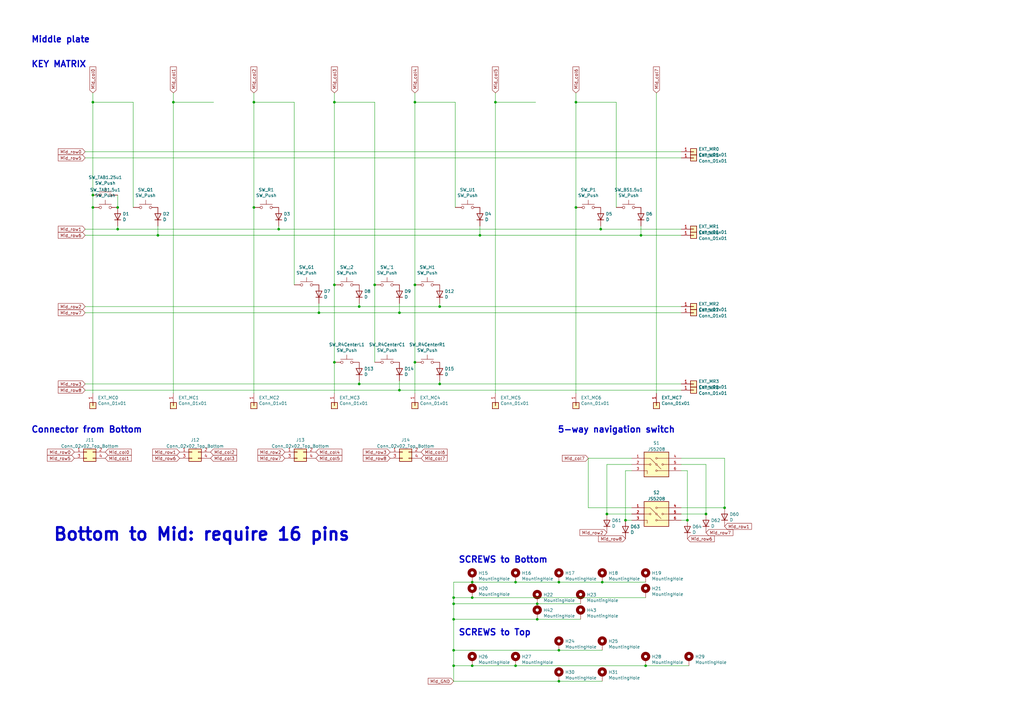
<source format=kicad_sch>
(kicad_sch (version 20211123) (generator eeschema)
  (paper "A3")
  (lib_symbols
    (symbol "Connector_Generic:Conn_01x01" (pin_names (offset 1.016) hide)
      (property "Reference" "J" (at 0 2.54 0))
      (property "Value" "Conn_01x01" (at 0 -2.54 0))
      (symbol "Conn_01x01_1_1"
        (rectangle (start -1.27 0.127) (end 0 -0.127) (stroke (width 0.1524)))
        (rectangle (start -1.27 1.27) (end 1.27 -1.27) (stroke (width 0.254)) (fill (type background)))
        (pin passive line (at -5.08 0 0) (length 3.81) (name "Pin_1") (number "1"))
      )
    )
    (symbol "Connector_Generic:Conn_02x02_Odd_Even" (pin_names (offset 1.016) hide)
      (property "Reference" "J" (at 1.27 2.54 0))
      (property "Value" "Conn_02x02_Odd_Even" (at 1.27 -5.08 0))
      (symbol "Conn_02x02_Odd_Even_1_1"
        (rectangle (start -1.27 -2.413) (end 0 -2.667) (stroke (width 0.1524)))
        (rectangle (start -1.27 0.127) (end 0 -0.127) (stroke (width 0.1524)))
        (rectangle (start -1.27 1.27) (end 3.81 -3.81) (stroke (width 0.254)) (fill (type background)))
        (rectangle (start 3.81 -2.413) (end 2.54 -2.667) (stroke (width 0.1524)))
        (rectangle (start 3.81 0.127) (end 2.54 -0.127) (stroke (width 0.1524)))
        (pin passive line (at -5.08 0 0) (length 3.81) (name "Pin_1") (number "1"))
        (pin passive line (at 7.62 0 180) (length 3.81) (name "Pin_2") (number "2"))
        (pin passive line (at -5.08 -2.54 0) (length 3.81) (name "Pin_3") (number "3"))
        (pin passive line (at 7.62 -2.54 180) (length 3.81) (name "Pin_4") (number "4"))
      )
    )
    (symbol "Device:D" (pin_numbers hide) (pin_names (offset 1.016) hide)
      (property "Reference" "D" (at 0 2.54 0))
      (property "Value" "D" (at 0 -2.54 0))
      (symbol "D_0_1"
        (polyline (pts (xy -1.27 1.27) (xy -1.27 -1.27)) (stroke (width 0.254)))
        (polyline (pts (xy 1.27 0) (xy -1.27 0)))
        (polyline (pts (xy 1.27 1.27) (xy 1.27 -1.27) (xy -1.27 0) (xy 1.27 1.27)) (stroke (width 0.254)))
      )
      (symbol "D_1_1"
        (pin passive line (at -3.81 0 0) (length 2.54) (name "K") (number "1"))
        (pin passive line (at 3.81 0 180) (length 2.54) (name "A") (number "2"))
      )
    )
    (symbol "JS5208:JS5208" (pin_names (offset 1.016))
      (property "Reference" "S" (at -5.08 6.35 0))
      (property "Value" "JS5208" (at -5.08 -7.62 0))
      (symbol "JS5208_0_0"
        (rectangle (start -5.08 -5.08) (end 5.08 5.08) (stroke (width 0.254)) (fill (type background)))
        (circle (center -2.54 0) (radius 0.3302) (stroke (width 0.1524)))
        (circle (center 0 -2.54) (radius 0.3302) (stroke (width 0.1524)))
        (polyline (pts (xy -5.08 -2.54) (xy -3.81 -2.54)) (stroke (width 0.1524)))
        (polyline (pts (xy -5.08 0) (xy -2.921 0)) (stroke (width 0.1524)))
        (polyline (pts (xy -5.08 2.54) (xy -2.54 2.54)) (stroke (width 0.1524)))
        (polyline (pts (xy -3.81 -2.54) (xy -3.81 -3.81)) (stroke (width 0.1524)))
        (polyline (pts (xy -2.54 2.54) (xy -0.254 0.254)) (stroke (width 0.1524)))
        (polyline (pts (xy 0.254 -0.254) (xy 1.905 -1.905)) (stroke (width 0.1524)))
        (polyline (pts (xy 0.381 -2.54) (xy 5.08 -2.54)) (stroke (width 0.1524)))
        (polyline (pts (xy 0.381 2.54) (xy 5.08 2.54)) (stroke (width 0.1524)))
        (polyline (pts (xy 2.921 0) (xy 5.08 0)) (stroke (width 0.1524)))
        (circle (center 0 0) (radius 0.3302) (stroke (width 0.1524)))
        (circle (center 0 2.54) (radius 0.3302) (stroke (width 0.1524)))
        (circle (center 2.54 0) (radius 0.3302) (stroke (width 0.1524)))
        (pin passive line (at -10.16 2.54 0) (length 5.08) (name "~") (number "1"))
        (pin passive line (at -10.16 0 0) (length 5.08) (name "~") (number "2"))
        (pin passive line (at -10.16 -2.54 0) (length 5.08) (name "~") (number "3"))
        (pin passive line (at 10.16 2.54 180) (length 5.08) (name "~") (number "4"))
        (pin passive line (at 10.16 0 180) (length 5.08) (name "~") (number "5"))
        (pin passive line (at 10.16 -2.54 180) (length 5.08) (name "~") (number "6"))
      )
    )
    (symbol "Mechanical:MountingHole_Pad" (pin_numbers hide) (pin_names (offset 1.016) hide)
      (property "Reference" "H" (at 0 6.35 0))
      (property "Value" "MountingHole_Pad" (at 0 4.445 0))
      (symbol "MountingHole_Pad_0_1"
        (circle (center 0 1.27) (radius 1.27) (stroke (width 1.27)))
      )
      (symbol "MountingHole_Pad_1_1"
        (pin input line (at 0 -2.54 90) (length 2.54) (name "1") (number "1"))
      )
    )
    (symbol "Switch:SW_Push" (pin_numbers hide) (pin_names (offset 1.016) hide)
      (property "Reference" "SW" (at 1.27 2.54 0))
      (property "Value" "SW_Push" (at 0 -1.524 0))
      (symbol "SW_Push_0_1"
        (circle (center -2.032 0) (radius 0.508))
        (polyline (pts (xy 0 1.27) (xy 0 3.048)))
        (polyline (pts (xy 2.54 1.27) (xy -2.54 1.27)))
        (circle (center 2.032 0) (radius 0.508))
        (pin passive line (at -5.08 0 0) (length 2.54) (name "1") (number "1"))
        (pin passive line (at 5.08 0 180) (length 2.54) (name "2") (number "2"))
      )
    )
  )
  (junction (at 114.3 93.98))
  (junction (at 153.67 116.84))
  (junction (at 137.16 41.91))
  (junction (at 264.795 273.05))
  (junction (at 130.81 128.27))
  (junction (at 48.26 85.09))
  (junction (at 38.1 80.01))
  (junction (at 48.26 93.98))
  (junction (at 137.16 116.84))
  (junction (at 220.345 254))
  (junction (at 281.94 213.36))
  (junction (at 193.675 238.76))
  (junction (at 229.235 266.7))
  (junction (at 147.32 157.48))
  (junction (at 186.055 273.05))
  (junction (at 137.16 148.59))
  (junction (at 104.14 41.91))
  (junction (at 38.1 41.91))
  (junction (at 289.56 210.82))
  (junction (at 170.18 41.91))
  (junction (at 71.12 41.91))
  (junction (at 180.34 157.48))
  (junction (at 196.85 96.52))
  (junction (at 104.14 85.09))
  (junction (at 229.235 279.4))
  (junction (at 38.1 85.09))
  (junction (at 193.675 245.11))
  (junction (at 297.18 208.28))
  (junction (at 229.235 238.76))
  (junction (at 236.22 85.09))
  (junction (at 211.455 238.76))
  (junction (at 256.54 213.36))
  (junction (at 186.055 247.65))
  (junction (at 186.055 266.7))
  (junction (at 147.32 125.73))
  (junction (at 246.38 93.98))
  (junction (at 211.455 273.05))
  (junction (at 180.34 125.73))
  (junction (at 163.83 128.27))
  (junction (at 203.2 41.91))
  (junction (at 193.675 273.05))
  (junction (at 64.77 96.52))
  (junction (at 220.345 247.65))
  (junction (at 170.18 116.84))
  (junction (at 186.055 254))
  (junction (at 186.055 245.11))
  (junction (at 163.83 160.02))
  (junction (at 236.22 41.91))
  (junction (at 247.015 238.76))
  (junction (at 170.18 148.59))
  (junction (at 248.92 210.82))
  (junction (at 262.89 96.52))
  (wire (pts (xy 281.94 213.36) (xy 281.94 193.04)))
  (wire (pts (xy 246.38 92.71) (xy 246.38 93.98)))
  (wire (pts (xy 279.4 213.36) (xy 281.94 213.36)))
  (wire (pts (xy 180.34 125.73) (xy 279.4 125.73)))
  (wire (pts (xy 130.81 128.27) (xy 163.83 128.27)))
  (wire (pts (xy 87.63 41.91) (xy 71.12 41.91)))
  (wire (pts (xy 170.18 148.59) (xy 170.18 161.29)))
  (wire (pts (xy 186.055 273.05) (xy 186.055 266.7)))
  (wire (pts (xy 186.69 41.91) (xy 170.18 41.91)))
  (wire (pts (xy 147.32 124.46) (xy 147.32 125.73)))
  (wire (pts (xy 279.4 96.52) (xy 262.89 96.52)))
  (wire (pts (xy 211.455 273.05) (xy 193.675 273.05)))
  (wire (pts (xy 104.14 41.91) (xy 104.14 85.09)))
  (wire (pts (xy 186.055 266.7) (xy 186.055 254)))
  (wire (pts (xy 48.26 80.01) (xy 48.26 85.09)))
  (wire (pts (xy 54.61 41.91) (xy 54.61 85.09)))
  (wire (pts (xy 186.055 247.65) (xy 186.055 245.11)))
  (wire (pts (xy 163.83 124.46) (xy 163.83 128.27)))
  (wire (pts (xy 246.38 93.98) (xy 279.4 93.98)))
  (wire (pts (xy 193.675 245.11) (xy 186.055 245.11)))
  (wire (pts (xy 289.56 210.82) (xy 289.56 190.5)))
  (wire (pts (xy 104.14 38.1) (xy 104.14 41.91)))
  (wire (pts (xy 186.69 41.91) (xy 186.69 85.09)))
  (wire (pts (xy 220.345 247.65) (xy 186.055 247.65)))
  (wire (pts (xy 38.1 85.09) (xy 38.1 161.29)))
  (wire (pts (xy 262.89 92.71) (xy 262.89 96.52)))
  (wire (pts (xy 203.2 38.1) (xy 203.2 41.91)))
  (wire (pts (xy 147.32 125.73) (xy 180.34 125.73)))
  (wire (pts (xy 186.055 238.76) (xy 193.675 238.76)))
  (wire (pts (xy 279.4 210.82) (xy 289.56 210.82)))
  (wire (pts (xy 247.015 279.4) (xy 229.235 279.4)))
  (wire (pts (xy 241.3 187.96) (xy 241.3 208.28)))
  (wire (pts (xy 193.675 238.76) (xy 211.455 238.76)))
  (wire (pts (xy 147.32 156.21) (xy 147.32 157.48)))
  (wire (pts (xy 297.18 208.28) (xy 279.4 208.28)))
  (wire (pts (xy 137.16 116.84) (xy 137.16 148.59)))
  (wire (pts (xy 229.235 238.76) (xy 247.015 238.76)))
  (wire (pts (xy 64.77 96.52) (xy 196.85 96.52)))
  (wire (pts (xy 220.345 254) (xy 186.055 254)))
  (wire (pts (xy 34.925 64.77) (xy 279.4 64.77)))
  (wire (pts (xy 180.34 156.21) (xy 180.34 157.48)))
  (wire (pts (xy 256.54 213.36) (xy 256.54 193.04)))
  (wire (pts (xy 64.77 92.71) (xy 64.77 96.52)))
  (wire (pts (xy 163.83 156.21) (xy 163.83 160.02)))
  (wire (pts (xy 170.18 38.1) (xy 170.18 41.91)))
  (wire (pts (xy 259.08 213.36) (xy 256.54 213.36)))
  (wire (pts (xy 282.575 273.05) (xy 264.795 273.05)))
  (wire (pts (xy 269.24 38.1) (xy 269.24 161.29)))
  (wire (pts (xy 114.3 92.71) (xy 114.3 93.98)))
  (wire (pts (xy 252.73 41.91) (xy 236.22 41.91)))
  (wire (pts (xy 170.18 41.91) (xy 170.18 116.84)))
  (wire (pts (xy 114.3 93.98) (xy 246.38 93.98)))
  (wire (pts (xy 281.94 193.04) (xy 279.4 193.04)))
  (wire (pts (xy 203.2 41.91) (xy 203.2 161.29)))
  (wire (pts (xy 34.925 128.27) (xy 130.81 128.27)))
  (wire (pts (xy 163.83 128.27) (xy 279.4 128.27)))
  (wire (pts (xy 137.16 41.91) (xy 137.16 116.84)))
  (wire (pts (xy 163.83 160.02) (xy 279.4 160.02)))
  (wire (pts (xy 34.925 125.73) (xy 147.32 125.73)))
  (wire (pts (xy 48.26 93.98) (xy 114.3 93.98)))
  (wire (pts (xy 34.925 157.48) (xy 147.32 157.48)))
  (wire (pts (xy 241.3 208.28) (xy 259.08 208.28)))
  (wire (pts (xy 289.56 190.5) (xy 279.4 190.5)))
  (wire (pts (xy 229.235 266.7) (xy 186.055 266.7)))
  (wire (pts (xy 180.34 157.48) (xy 279.4 157.48)))
  (wire (pts (xy 297.18 187.96) (xy 297.18 208.28)))
  (wire (pts (xy 34.925 93.98) (xy 48.26 93.98)))
  (wire (pts (xy 259.08 190.5) (xy 248.92 190.5)))
  (wire (pts (xy 236.22 38.1) (xy 236.22 41.91)))
  (wire (pts (xy 170.18 116.84) (xy 170.18 148.59)))
  (wire (pts (xy 38.1 41.91) (xy 38.1 80.01)))
  (wire (pts (xy 48.26 92.71) (xy 48.26 93.98)))
  (wire (pts (xy 264.795 245.11) (xy 193.675 245.11)))
  (wire (pts (xy 38.1 80.01) (xy 38.1 85.09)))
  (wire (pts (xy 104.14 85.09) (xy 104.14 161.29)))
  (wire (pts (xy 238.125 254) (xy 220.345 254)))
  (wire (pts (xy 38.1 38.1) (xy 38.1 41.91)))
  (wire (pts (xy 229.235 279.4) (xy 186.055 279.4)))
  (wire (pts (xy 264.795 273.05) (xy 211.455 273.05)))
  (wire (pts (xy 120.65 41.91) (xy 120.65 116.84)))
  (wire (pts (xy 196.85 92.71) (xy 196.85 96.52)))
  (wire (pts (xy 236.22 85.09) (xy 236.22 161.29)))
  (wire (pts (xy 193.675 273.05) (xy 186.055 273.05)))
  (wire (pts (xy 153.67 116.84) (xy 153.67 148.59)))
  (wire (pts (xy 219.71 41.91) (xy 203.2 41.91)))
  (wire (pts (xy 247.015 266.7) (xy 229.235 266.7)))
  (wire (pts (xy 241.3 187.96) (xy 259.08 187.96)))
  (wire (pts (xy 247.015 238.76) (xy 264.795 238.76)))
  (wire (pts (xy 248.92 210.82) (xy 259.08 210.82)))
  (wire (pts (xy 34.925 160.02) (xy 163.83 160.02)))
  (wire (pts (xy 248.92 190.5) (xy 248.92 210.82)))
  (wire (pts (xy 211.455 238.76) (xy 229.235 238.76)))
  (wire (pts (xy 196.85 96.52) (xy 262.89 96.52)))
  (wire (pts (xy 279.4 187.96) (xy 297.18 187.96)))
  (wire (pts (xy 186.055 279.4) (xy 186.055 273.05)))
  (wire (pts (xy 238.125 247.65) (xy 220.345 247.65)))
  (wire (pts (xy 153.67 41.91) (xy 153.67 116.84)))
  (wire (pts (xy 180.34 124.46) (xy 180.34 125.73)))
  (wire (pts (xy 71.12 41.91) (xy 71.12 161.29)))
  (wire (pts (xy 137.16 38.1) (xy 137.16 41.91)))
  (wire (pts (xy 256.54 193.04) (xy 259.08 193.04)))
  (wire (pts (xy 137.16 148.59) (xy 137.16 161.29)))
  (wire (pts (xy 38.1 41.91) (xy 54.61 41.91)))
  (wire (pts (xy 130.81 124.46) (xy 130.81 128.27)))
  (wire (pts (xy 186.055 254) (xy 186.055 247.65)))
  (wire (pts (xy 34.925 96.52) (xy 64.77 96.52)))
  (wire (pts (xy 252.73 41.91) (xy 252.73 85.09)))
  (wire (pts (xy 236.22 41.91) (xy 236.22 85.09)))
  (wire (pts (xy 120.65 41.91) (xy 104.14 41.91)))
  (wire (pts (xy 153.67 41.91) (xy 137.16 41.91)))
  (wire (pts (xy 147.32 157.48) (xy 180.34 157.48)))
  (wire (pts (xy 34.925 62.23) (xy 279.4 62.23)))
  (wire (pts (xy 186.055 245.11) (xy 186.055 238.76)))
  (wire (pts (xy 71.12 38.1) (xy 71.12 41.91)))
  (text "5-way navigation switch" (at 228.6 177.8 0) (effects (font (size 2.54 2.54) (thickness 0.508) bold) (justify left bottom)))
  (text "SCREWS to Top" (at 187.96 260.985 0) (effects (font (size 2.54 2.54) (thickness 0.508) bold) (justify left bottom)))
  (text "Bottom to Mid: require 16 pins" (at 21.59 222.25 0) (effects (font (size 5.08 5.08) (thickness 1.016) bold) (justify left bottom)))
  (text "KEY MATRIX" (at 12.7 27.94 0) (effects (font (size 2.54 2.54) (thickness 0.508) bold) (justify left bottom)))
  (text "Middle plate" (at 12.7 17.78 0) (effects (font (size 2.54 2.54) (thickness 0.508) bold) (justify left bottom)))
  (text "Connector from Bottom" (at 12.7 177.8 0) (effects (font (size 2.54 2.54) (thickness 0.508) bold) (justify left bottom)))
  (text "SCREWS to Bottom" (at 187.96 231.14 0) (effects (font (size 2.54 2.54) (thickness 0.508) bold) (justify left bottom)))
  (global_label "Mid_col5" (shape input) (at 203.2 38.1 90) (property "シート間のリファレンス" "${INTERSHEET_REFS}" (effects hide)))
  (global_label "Mid_row8" (shape input) (at 160.02 187.96 180) (property "シート間のリファレンス" "${INTERSHEET_REFS}" (effects hide)))
  (global_label "Mid_col7" (shape input) (at 269.24 38.1 90) (property "シート間のリファレンス" "${INTERSHEET_REFS}" (effects hide)))
  (global_label "Mid_col1" (shape input) (at 71.12 38.1 90) (property "シート間のリファレンス" "${INTERSHEET_REFS}" (effects hide)))
  (global_label "Mid_row0" (shape input) (at 30.48 185.42 180) (property "シート間のリファレンス" "${INTERSHEET_REFS}" (effects hide)))
  (global_label "Mid_row0" (shape input) (at 34.925 62.23 180) (property "シート間のリファレンス" "${INTERSHEET_REFS}" (effects hide)))
  (global_label "Mid_col4" (shape input) (at 170.18 38.1 90) (property "シート間のリファレンス" "${INTERSHEET_REFS}" (effects hide)))
  (global_label "Mid_col0" (shape input) (at 43.18 185.42 0) (property "シート間のリファレンス" "${INTERSHEET_REFS}" (effects hide)))
  (global_label "Mid_row3" (shape input) (at 160.02 185.42 180) (property "シート間のリファレンス" "${INTERSHEET_REFS}" (effects hide)))
  (global_label "Mid_row7" (shape input) (at 289.56 218.44 0) (property "シート間のリファレンス" "${INTERSHEET_REFS}" (effects hide)))
  (global_label "Mid_row1" (shape input) (at 297.18 215.9 0) (property "シート間のリファレンス" "${INTERSHEET_REFS}" (effects hide)))
  (global_label "Mid_row6" (shape input) (at 281.94 220.98 0) (property "シート間のリファレンス" "${INTERSHEET_REFS}" (effects hide)))
  (global_label "Mid_col6" (shape input) (at 172.72 185.42 0) (property "シート間のリファレンス" "${INTERSHEET_REFS}" (effects hide)))
  (global_label "Mid_col6" (shape input) (at 236.22 38.1 90) (property "シート間のリファレンス" "${INTERSHEET_REFS}" (effects hide)))
  (global_label "Mid_row7" (shape input) (at 34.925 128.27 180) (property "シート間のリファレンス" "${INTERSHEET_REFS}" (effects hide)))
  (global_label "Mid_row6" (shape input) (at 73.66 187.96 180) (property "シート間のリファレンス" "${INTERSHEET_REFS}" (effects hide)))
  (global_label "Mid_row7" (shape input) (at 116.84 187.96 180) (property "シート間のリファレンス" "${INTERSHEET_REFS}" (effects hide)))
  (global_label "Mid_col1" (shape input) (at 43.18 187.96 0) (property "シート間のリファレンス" "${INTERSHEET_REFS}" (effects hide)))
  (global_label "Mid_col4" (shape input) (at 129.54 185.42 0) (property "シート間のリファレンス" "${INTERSHEET_REFS}" (effects hide)))
  (global_label "Mid_row1" (shape input) (at 73.66 185.42 180) (property "シート間のリファレンス" "${INTERSHEET_REFS}" (effects hide)))
  (global_label "Mid_row2" (shape input) (at 34.925 125.73 180) (property "シート間のリファレンス" "${INTERSHEET_REFS}" (effects hide)))
  (global_label "Mid_col5" (shape input) (at 129.54 187.96 0) (property "シート間のリファレンス" "${INTERSHEET_REFS}" (effects hide)))
  (global_label "Mid_col7" (shape input) (at 172.72 187.96 0) (property "シート間のリファレンス" "${INTERSHEET_REFS}" (effects hide)))
  (global_label "Mid_col2" (shape input) (at 86.36 185.42 0) (property "シート間のリファレンス" "${INTERSHEET_REFS}" (effects hide)))
  (global_label "Mid_row8" (shape input) (at 34.925 160.02 180) (property "シート間のリファレンス" "${INTERSHEET_REFS}" (effects hide)))
  (global_label "Mid_row2" (shape input) (at 116.84 185.42 180) (property "シート間のリファレンス" "${INTERSHEET_REFS}" (effects hide)))
  (global_label "Mid_col0" (shape input) (at 38.1 38.1 90) (property "シート間のリファレンス" "${INTERSHEET_REFS}" (effects hide)))
  (global_label "Mid_GND" (shape input) (at 186.055 279.4 180) (property "シート間のリファレンス" "${INTERSHEET_REFS}" (effects hide)))
  (global_label "Mid_col3" (shape input) (at 137.16 38.1 90) (property "シート間のリファレンス" "${INTERSHEET_REFS}" (effects hide)))
  (global_label "Mid_row2" (shape input) (at 248.92 218.44 180) (property "シート間のリファレンス" "${INTERSHEET_REFS}" (effects hide)))
  (global_label "Mid_col2" (shape input) (at 104.14 38.1 90) (property "シート間のリファレンス" "${INTERSHEET_REFS}" (effects hide)))
  (global_label "Mid_row5" (shape input) (at 30.48 187.96 180) (property "シート間のリファレンス" "${INTERSHEET_REFS}" (effects hide)))
  (global_label "Mid_row5" (shape input) (at 34.925 64.77 180) (property "シート間のリファレンス" "${INTERSHEET_REFS}" (effects hide)))
  (global_label "Mid_row6" (shape input) (at 34.925 96.52 180) (property "シート間のリファレンス" "${INTERSHEET_REFS}" (effects hide)))
  (global_label "Mid_row3" (shape input) (at 34.925 157.48 180) (property "シート間のリファレンス" "${INTERSHEET_REFS}" (effects hide)))
  (global_label "Mid_row8" (shape input) (at 256.54 220.98 180) (property "シート間のリファレンス" "${INTERSHEET_REFS}" (effects hide)))
  (global_label "Mid_col7" (shape input) (at 241.3 187.96 180) (property "シート間のリファレンス" "${INTERSHEET_REFS}" (effects hide)))
  (global_label "Mid_row1" (shape input) (at 34.925 93.98 180) (property "シート間のリファレンス" "${INTERSHEET_REFS}" (effects hide)))
  (global_label "Mid_col3" (shape input) (at 86.36 187.96 0) (property "シート間のリファレンス" "${INTERSHEET_REFS}" (effects hide)))
  (symbol (lib_id "Mechanical:MountingHole_Pad") (at 238.125 245.11 0) (unit 1)
    (property "Reference" "H23" (at 240.665 243.9416 0) (effects (justify left)))
    (property "Value" "MountingHole" (at 240.665 246.253 0) (effects (justify left)))
    (property "Footprint" "MountingHole:MountingHole_2.2mm_M2_Pad" (effects hide))
  )
  (symbol (lib_id "Mechanical:MountingHole_Pad") (at 193.675 270.51 0) (unit 1)
    (property "Reference" "H26" (at 196.215 269.3416 0) (effects (justify left)))
    (property "Value" "MountingHole" (at 196.215 271.653 0) (effects (justify left)))
    (property "Footprint" "MountingHole:MountingHole_2.2mm_M2_Pad" (effects hide))
  )
  (symbol (lib_id "Mechanical:MountingHole_Pad") (at 193.675 236.22 0) (unit 1)
    (property "Reference" "H15" (at 196.215 235.0516 0) (effects (justify left)))
    (property "Value" "MountingHole" (at 196.215 237.363 0) (effects (justify left)))
    (property "Footprint" "MountingHole:MountingHole_2.2mm_M2_Pad" (effects hide))
  )
  (symbol (lib_id "Connector_Generic:Conn_01x01") (at 284.48 128.27 0) (unit 1)
    (property "Reference" "EXT_MR7" (at 286.512 127.2032 0) (effects (justify left)))
    (property "Value" "Conn_01x01" (at 286.512 129.5146 0) (effects (justify left)))
    (property "Footprint" "TestPoint:TestPoint_THTPad_D2.0mm_Drill1.0mm" (effects hide))
  )
  (symbol (lib_id "Switch:SW_Push") (at 191.77 85.09 0) (unit 1)
    (property "Reference" "SW_U1" (at 191.77 77.851 0))
    (property "Value" "SW_Push" (at 191.77 80.1624 0))
    (property "Footprint" "MX_Alps_Hybrid:MXOnly-1U-Hotswap-guide" (effects hide))
  )
  (symbol (lib_id "Connector_Generic:Conn_01x01") (at 269.24 166.37 270) (unit 1)
    (property "Reference" "EXT_MC7" (at 271.272 163.1188 90) (effects (justify left)))
    (property "Value" "Conn_01x01" (at 271.272 165.4302 90) (effects (justify left)))
    (property "Footprint" "TestPoint:TestPoint_THTPad_D2.0mm_Drill1.0mm" (effects hide))
  )
  (symbol (lib_id "Connector_Generic:Conn_01x01") (at 284.48 125.73 0) (unit 1)
    (property "Reference" "EXT_MR2" (at 286.512 124.6632 0) (effects (justify left)))
    (property "Value" "Conn_01x01" (at 286.512 126.9746 0) (effects (justify left)))
    (property "Footprint" "TestPoint:TestPoint_THTPad_D2.0mm_Drill1.0mm" (effects hide))
  )
  (symbol (lib_id "Switch:SW_Push") (at 257.81 85.09 0) (unit 1)
    (property "Reference" "SW_BS1.5u1" (at 257.81 77.851 0))
    (property "Value" "SW_Push" (at 257.81 80.1624 0))
    (property "Footprint" "MX_Alps_Hybrid:MXOnly-1.5U-Hotswap-guide" (effects hide))
  )
  (symbol (lib_id "Connector_Generic:Conn_01x01") (at 137.16 166.37 270) (unit 1)
    (property "Reference" "EXT_MC3" (at 139.192 163.1188 90) (effects (justify left)))
    (property "Value" "Conn_01x01" (at 139.192 165.4302 90) (effects (justify left)))
    (property "Footprint" "TestPoint:TestPoint_THTPad_D2.0mm_Drill1.0mm" (effects hide))
  )
  (symbol (lib_id "Connector_Generic:Conn_01x01") (at 284.48 64.77 0) (unit 1)
    (property "Reference" "EXT_MR5" (at 286.512 63.7032 0) (effects (justify left)))
    (property "Value" "Conn_01x01" (at 286.512 66.0146 0) (effects (justify left)))
    (property "Footprint" "TestPoint:TestPoint_THTPad_D2.0mm_Drill1.0mm" (effects hide))
  )
  (symbol (lib_id "Connector_Generic:Conn_02x02_Odd_Even") (at 121.92 185.42 0) (unit 1)
    (property "Reference" "J13" (at 123.19 180.4502 0))
    (property "Value" "Conn_02x02_Top_Bottom" (at 123.19 182.9871 0))
    (property "Footprint" "locallib:JST_SH_SM04B-SRSS-TB_1x04-1MP_P1.00mm_Horizontal_wCable_housing_spare_pin" (effects hide))
  )
  (symbol (lib_id "Connector_Generic:Conn_01x01") (at 284.48 160.02 0) (unit 1)
    (property "Reference" "EXT_MR8" (at 286.512 158.9532 0) (effects (justify left)))
    (property "Value" "Conn_01x01" (at 286.512 161.2646 0) (effects (justify left)))
    (property "Footprint" "TestPoint:TestPoint_THTPad_D2.0mm_Drill1.0mm" (effects hide))
  )
  (symbol (lib_id "Device:D") (at 147.32 120.65 90) (unit 1)
    (property "Reference" "D8" (at 149.352 119.4816 90) (effects (justify right)))
    (property "Value" "D" (at 149.352 121.793 90) (effects (justify right)))
    (property "Footprint" "Diode_SMD:D_SOD-123" (effects hide))
    (property "LCSC" "C81598" (effects hide))
  )
  (symbol (lib_id "Device:D") (at 163.83 152.4 90) (unit 1)
    (property "Reference" "D14" (at 165.862 151.2316 90) (effects (justify right)))
    (property "Value" "D" (at 165.862 153.543 90) (effects (justify right)))
    (property "Footprint" "Diode_SMD:D_SOD-123" (effects hide))
    (property "LCSC" "C81598" (effects hide))
  )
  (symbol (lib_id "Mechanical:MountingHole_Pad") (at 229.235 264.16 0) (unit 1)
    (property "Reference" "H24" (at 231.775 262.9916 0) (effects (justify left)))
    (property "Value" "MountingHole" (at 231.775 265.303 0) (effects (justify left)))
    (property "Footprint" "MountingHole:MountingHole_2.2mm_M2_Pad" (effects hide))
  )
  (symbol (lib_id "Switch:SW_Push") (at 142.24 148.59 0) (unit 1)
    (property "Reference" "SW_R4CenterL1" (at 142.24 141.351 0))
    (property "Value" "SW_Push" (at 142.24 143.6624 0))
    (property "Footprint" "MX_Alps_Hybrid:MXOnly-1U-Hotswap-guide" (effects hide))
  )
  (symbol (lib_id "Device:D") (at 262.89 88.9 90) (unit 1)
    (property "Reference" "D6" (at 264.922 87.7316 90) (effects (justify right)))
    (property "Value" "D" (at 264.922 90.043 90) (effects (justify right)))
    (property "Footprint" "Diode_SMD:D_SOD-123" (effects hide))
    (property "LCSC" "C81598" (effects hide))
  )
  (symbol (lib_id "Mechanical:MountingHole_Pad") (at 229.235 236.22 0) (unit 1)
    (property "Reference" "H17" (at 231.775 235.0516 0) (effects (justify left)))
    (property "Value" "MountingHole" (at 231.775 237.363 0) (effects (justify left)))
    (property "Footprint" "MountingHole:MountingHole_2.2mm_M2_Pad" (effects hide))
  )
  (symbol (lib_id "Connector_Generic:Conn_01x01") (at 170.18 166.37 270) (unit 1)
    (property "Reference" "EXT_MC4" (at 172.212 163.1188 90) (effects (justify left)))
    (property "Value" "Conn_01x01" (at 172.212 165.4302 90) (effects (justify left)))
    (property "Footprint" "TestPoint:TestPoint_THTPad_D2.0mm_Drill1.0mm" (effects hide))
  )
  (symbol (lib_id "JS5208:JS5208") (at 269.24 190.5 0) (unit 1)
    (property "Reference" "S1" (at 269.24 181.7202 0))
    (property "Value" "JS5208" (at 269.24 184.2571 0))
    (property "Footprint" "locallib:SW_JS5208_add_MP_hole" (effects hide))
    (property "STANDARD" "Manufacturer Recommendations" (effects hide))
    (property "MAXIMUM_PACKAGE_HEIGHT" "12.6 mm" (effects hide))
    (property "PARTREV" "D" (effects hide))
    (property "MANUFACTURER" "E-Switch" (effects hide))
  )
  (symbol (lib_id "Switch:SW_Push") (at 241.3 85.09 0) (unit 1)
    (property "Reference" "SW_P1" (at 241.3 77.851 0))
    (property "Value" "SW_Push" (at 241.3 80.1624 0))
    (property "Footprint" "MX_Alps_Hybrid:MXOnly-1U-Hotswap-guide" (effects hide))
  )
  (symbol (lib_id "Connector_Generic:Conn_01x01") (at 284.48 93.98 0) (unit 1)
    (property "Reference" "EXT_MR1" (at 286.512 92.9132 0) (effects (justify left)))
    (property "Value" "Conn_01x01" (at 286.512 95.2246 0) (effects (justify left)))
    (property "Footprint" "TestPoint:TestPoint_THTPad_D2.0mm_Drill1.0mm" (effects hide))
  )
  (symbol (lib_id "Device:D") (at 180.34 120.65 90) (unit 1)
    (property "Reference" "D12" (at 182.372 119.4816 90) (effects (justify right)))
    (property "Value" "D" (at 182.372 121.793 90) (effects (justify right)))
    (property "Footprint" "Diode_SMD:D_SOD-123" (effects hide))
    (property "LCSC" "C81598" (effects hide))
  )
  (symbol (lib_id "Device:D") (at 48.26 88.9 90) (unit 1)
    (property "Reference" "D1" (at 50.292 87.7316 90) (effects (justify right)))
    (property "Value" "D" (at 50.292 90.043 90) (effects (justify right)))
    (property "Footprint" "Diode_SMD:D_SOD-123" (effects hide))
    (property "LCSC" "C81598" (effects hide))
  )
  (symbol (lib_id "Connector_Generic:Conn_01x01") (at 203.2 166.37 270) (unit 1)
    (property "Reference" "EXT_MC5" (at 205.232 163.1188 90) (effects (justify left)))
    (property "Value" "Conn_01x01" (at 205.232 165.4302 90) (effects (justify left)))
    (property "Footprint" "TestPoint:TestPoint_THTPad_D2.0mm_Drill1.0mm" (effects hide))
  )
  (symbol (lib_id "Switch:SW_Push") (at 43.18 80.01 0) (unit 1)
    (property "Reference" "SW_TAB1.25u1" (at 43.18 72.771 0))
    (property "Value" "SW_Push" (at 43.18 75.0824 0))
    (property "Footprint" "MX_Alps_Hybrid:MXOnly-1.25U-NoLED" (effects hide))
  )
  (symbol (lib_id "Switch:SW_Push") (at 125.73 116.84 0) (unit 1)
    (property "Reference" "SW_G1" (at 125.73 109.601 0))
    (property "Value" "SW_Push" (at 125.73 111.9124 0))
    (property "Footprint" "MX_Alps_Hybrid:MXOnly-1U-Hotswap-guide" (effects hide))
  )
  (symbol (lib_id "Mechanical:MountingHole_Pad") (at 211.455 236.22 0) (unit 1)
    (property "Reference" "H16" (at 213.995 235.0516 0) (effects (justify left)))
    (property "Value" "MountingHole" (at 213.995 237.363 0) (effects (justify left)))
    (property "Footprint" "MountingHole:MountingHole_2.2mm_M2_Pad" (effects hide))
  )
  (symbol (lib_id "Mechanical:MountingHole_Pad") (at 193.675 242.57 0) (unit 1)
    (property "Reference" "H20" (at 196.215 241.4016 0) (effects (justify left)))
    (property "Value" "MountingHole" (at 196.215 243.713 0) (effects (justify left)))
    (property "Footprint" "MountingHole:MountingHole_2.2mm_M2_Pad" (effects hide))
  )
  (symbol (lib_id "Switch:SW_Push") (at 59.69 85.09 0) (unit 1)
    (property "Reference" "SW_Q1" (at 59.69 77.851 0))
    (property "Value" "SW_Push" (at 59.69 80.1624 0))
    (property "Footprint" "MX_Alps_Hybrid:MXOnly-1U-Hotswap-guide" (effects hide))
  )
  (symbol (lib_id "Device:D") (at 297.18 212.09 90) (unit 1)
    (property "Reference" "D60" (at 299.212 210.9216 90) (effects (justify right)))
    (property "Value" "D" (at 299.212 213.233 90) (effects (justify right)))
    (property "Footprint" "Diode_SMD:D_SOD-123" (effects hide))
    (property "LCSC" "C81598" (effects hide))
  )
  (symbol (lib_id "Device:D") (at 256.54 217.17 90) (unit 1)
    (property "Reference" "D63" (at 258.572 216.0016 90) (effects (justify right)))
    (property "Value" "D" (at 258.572 218.313 90) (effects (justify right)))
    (property "Footprint" "Diode_SMD:D_SOD-123" (effects hide))
    (property "LCSC" "C81598" (effects hide))
  )
  (symbol (lib_id "Device:D") (at 130.81 120.65 90) (unit 1)
    (property "Reference" "D7" (at 132.842 119.4816 90) (effects (justify right)))
    (property "Value" "D" (at 132.842 121.793 90) (effects (justify right)))
    (property "Footprint" "Diode_SMD:D_SOD-123" (effects hide))
    (property "LCSC" "C81598" (effects hide))
  )
  (symbol (lib_id "Connector_Generic:Conn_01x01") (at 284.48 96.52 0) (unit 1)
    (property "Reference" "EXT_MR6" (at 286.512 95.4532 0) (effects (justify left)))
    (property "Value" "Conn_01x01" (at 286.512 97.7646 0) (effects (justify left)))
    (property "Footprint" "TestPoint:TestPoint_THTPad_D2.0mm_Drill1.0mm" (effects hide))
  )
  (symbol (lib_id "Mechanical:MountingHole_Pad") (at 264.795 236.22 0) (unit 1)
    (property "Reference" "H19" (at 267.335 235.0516 0) (effects (justify left)))
    (property "Value" "MountingHole" (at 267.335 237.363 0) (effects (justify left)))
    (property "Footprint" "MountingHole:MountingHole_2.2mm_M2_Pad" (effects hide))
  )
  (symbol (lib_id "Connector_Generic:Conn_02x02_Odd_Even") (at 165.1 185.42 0) (unit 1)
    (property "Reference" "J14" (at 166.37 180.4502 0))
    (property "Value" "Conn_02x02_Top_Bottom" (at 166.37 182.9871 0))
    (property "Footprint" "locallib:JST_SH_SM04B-SRSS-TB_1x04-1MP_P1.00mm_Horizontal_wCable_housing_spare_pin" (effects hide))
  )
  (symbol (lib_id "Mechanical:MountingHole_Pad") (at 220.345 251.46 0) (unit 1)
    (property "Reference" "H42" (at 222.885 250.2916 0) (effects (justify left)))
    (property "Value" "MountingHole" (at 222.885 252.603 0) (effects (justify left)))
    (property "Footprint" "MountingHole:MountingHole_2.2mm_M2_Pad" (effects hide))
  )
  (symbol (lib_id "Switch:SW_Push") (at 109.22 85.09 0) (unit 1)
    (property "Reference" "SW_R1" (at 109.22 77.851 0))
    (property "Value" "SW_Push" (at 109.22 80.1624 0))
    (property "Footprint" "MX_Alps_Hybrid:MXOnly-1U-Hotswap-guide" (effects hide))
  )
  (symbol (lib_id "Connector_Generic:Conn_01x01") (at 284.48 157.48 0) (unit 1)
    (property "Reference" "EXT_MR3" (at 286.512 156.4132 0) (effects (justify left)))
    (property "Value" "Conn_01x01" (at 286.512 158.7246 0) (effects (justify left)))
    (property "Footprint" "TestPoint:TestPoint_THTPad_D2.0mm_Drill1.0mm" (effects hide))
  )
  (symbol (lib_id "Mechanical:MountingHole_Pad") (at 238.125 251.46 0) (unit 1)
    (property "Reference" "H43" (at 240.665 250.2916 0) (effects (justify left)))
    (property "Value" "MountingHole" (at 240.665 252.603 0) (effects (justify left)))
    (property "Footprint" "MountingHole:MountingHole_2.2mm_M2_Pad" (effects hide))
  )
  (symbol (lib_id "Switch:SW_Push") (at 142.24 116.84 0) (unit 1)
    (property "Reference" "SW_;2" (at 142.24 109.601 0))
    (property "Value" "SW_Push" (at 142.24 111.9124 0))
    (property "Footprint" "MX_Alps_Hybrid:MXOnly-1U-Hotswap-guide" (effects hide))
  )
  (symbol (lib_id "Device:D") (at 289.56 214.63 90) (unit 1)
    (property "Reference" "D62" (at 291.592 213.4616 90) (effects (justify right)))
    (property "Value" "D" (at 291.592 215.773 90) (effects (justify right)))
    (property "Footprint" "Diode_SMD:D_SOD-123" (effects hide))
    (property "LCSC" "C81598" (effects hide))
  )
  (symbol (lib_id "Switch:SW_Push") (at 158.75 116.84 0) (unit 1)
    (property "Reference" "SW_'1" (at 158.75 109.601 0))
    (property "Value" "SW_Push" (at 158.75 111.9124 0))
    (property "Footprint" "MX_Alps_Hybrid:MXOnly-1U-Hotswap-guide" (effects hide))
  )
  (symbol (lib_id "Connector_Generic:Conn_01x01") (at 38.1 166.37 270) (unit 1)
    (property "Reference" "EXT_MC0" (at 40.132 163.1188 90) (effects (justify left)))
    (property "Value" "Conn_01x01" (at 40.132 165.4302 90) (effects (justify left)))
    (property "Footprint" "TestPoint:TestPoint_THTPad_D2.0mm_Drill1.0mm" (effects hide))
  )
  (symbol (lib_id "Mechanical:MountingHole_Pad") (at 229.235 276.86 0) (unit 1)
    (property "Reference" "H30" (at 231.775 275.6916 0) (effects (justify left)))
    (property "Value" "MountingHole" (at 231.775 278.003 0) (effects (justify left)))
    (property "Footprint" "MountingHole:MountingHole_2.2mm_M2_Pad" (effects hide))
  )
  (symbol (lib_id "Mechanical:MountingHole_Pad") (at 282.575 270.51 0) (unit 1)
    (property "Reference" "H29" (at 285.115 269.3416 0) (effects (justify left)))
    (property "Value" "MountingHole" (at 285.115 271.653 0) (effects (justify left)))
    (property "Footprint" "MountingHole:MountingHole_2.2mm_M2_Pad" (effects hide))
  )
  (symbol (lib_id "Device:D") (at 246.38 88.9 90) (unit 1)
    (property "Reference" "D5" (at 248.412 87.7316 90) (effects (justify right)))
    (property "Value" "D" (at 248.412 90.043 90) (effects (justify right)))
    (property "Footprint" "Diode_SMD:D_SOD-123" (effects hide))
    (property "LCSC" "C81598" (effects hide))
  )
  (symbol (lib_id "Switch:SW_Push") (at 175.26 148.59 0) (unit 1)
    (property "Reference" "SW_R4CenterR1" (at 175.26 141.351 0))
    (property "Value" "SW_Push" (at 175.26 143.6624 0))
    (property "Footprint" "MX_Alps_Hybrid:MXOnly-1U-Hotswap-guide" (effects hide))
  )
  (symbol (lib_id "Mechanical:MountingHole_Pad") (at 264.795 270.51 0) (unit 1)
    (property "Reference" "H28" (at 267.335 269.3416 0) (effects (justify left)))
    (property "Value" "MountingHole" (at 267.335 271.653 0) (effects (justify left)))
    (property "Footprint" "MountingHole:MountingHole_2.2mm_M2_Pad" (effects hide))
  )
  (symbol (lib_id "Device:D") (at 196.85 88.9 90) (unit 1)
    (property "Reference" "D4" (at 198.882 87.7316 90) (effects (justify right)))
    (property "Value" "D" (at 198.882 90.043 90) (effects (justify right)))
    (property "Footprint" "Diode_SMD:D_SOD-123" (effects hide))
    (property "LCSC" "C81598" (effects hide))
  )
  (symbol (lib_id "Device:D") (at 147.32 152.4 90) (unit 1)
    (property "Reference" "D13" (at 149.352 151.2316 90) (effects (justify right)))
    (property "Value" "D" (at 149.352 153.543 90) (effects (justify right)))
    (property "Footprint" "Diode_SMD:D_SOD-123" (effects hide))
    (property "LCSC" "C81598" (effects hide))
  )
  (symbol (lib_id "Connector_Generic:Conn_01x01") (at 104.14 166.37 270) (unit 1)
    (property "Reference" "EXT_MC2" (at 106.172 163.1188 90) (effects (justify left)))
    (property "Value" "Conn_01x01" (at 106.172 165.4302 90) (effects (justify left)))
    (property "Footprint" "TestPoint:TestPoint_THTPad_D2.0mm_Drill1.0mm" (effects hide))
  )
  (symbol (lib_id "Device:D") (at 163.83 120.65 90) (unit 1)
    (property "Reference" "D9" (at 165.862 119.4816 90) (effects (justify right)))
    (property "Value" "D" (at 165.862 121.793 90) (effects (justify right)))
    (property "Footprint" "Diode_SMD:D_SOD-123" (effects hide))
    (property "LCSC" "C81598" (effects hide))
  )
  (symbol (lib_id "Connector_Generic:Conn_02x02_Odd_Even") (at 78.74 185.42 0) (unit 1)
    (property "Reference" "J12" (at 80.01 180.4502 0))
    (property "Value" "Conn_02x02_Top_Bottom" (at 80.01 182.9871 0))
    (property "Footprint" "locallib:JST_SH_SM04B-SRSS-TB_1x04-1MP_P1.00mm_Horizontal_wCable_housing_spare_pin" (effects hide))
  )
  (symbol (lib_id "Switch:SW_Push") (at 158.75 148.59 0) (unit 1)
    (property "Reference" "SW_R4CenterC1" (at 158.75 141.351 0))
    (property "Value" "SW_Push" (at 158.75 143.6624 0))
    (property "Footprint" "MX_Alps_Hybrid:MXOnly-1U-Hotswap-guide" (effects hide))
  )
  (symbol (lib_id "Connector_Generic:Conn_01x01") (at 236.22 166.37 270) (unit 1)
    (property "Reference" "EXT_MC6" (at 238.252 163.1188 90) (effects (justify left)))
    (property "Value" "Conn_01x01" (at 238.252 165.4302 90) (effects (justify left)))
    (property "Footprint" "TestPoint:TestPoint_THTPad_D2.0mm_Drill1.0mm" (effects hide))
  )
  (symbol (lib_id "Device:D") (at 64.77 88.9 90) (unit 1)
    (property "Reference" "D2" (at 66.802 87.7316 90) (effects (justify right)))
    (property "Value" "D" (at 66.802 90.043 90) (effects (justify right)))
    (property "Footprint" "Diode_SMD:D_SOD-123" (effects hide))
    (property "LCSC" "C81598" (effects hide))
  )
  (symbol (lib_id "Connector_Generic:Conn_01x01") (at 284.48 62.23 0) (unit 1)
    (property "Reference" "EXT_MR0" (at 286.512 61.1632 0) (effects (justify left)))
    (property "Value" "Conn_01x01" (at 286.512 63.4746 0) (effects (justify left)))
    (property "Footprint" "TestPoint:TestPoint_THTPad_D2.0mm_Drill1.0mm" (effects hide))
  )
  (symbol (lib_id "Mechanical:MountingHole_Pad") (at 247.015 236.22 0) (unit 1)
    (property "Reference" "H18" (at 249.555 235.0516 0) (effects (justify left)))
    (property "Value" "MountingHole" (at 249.555 237.363 0) (effects (justify left)))
    (property "Footprint" "MountingHole:MountingHole_2.2mm_M2_Pad" (effects hide))
  )
  (symbol (lib_id "Mechanical:MountingHole_Pad") (at 264.795 242.57 0) (unit 1)
    (property "Reference" "H21" (at 267.335 241.4016 0) (effects (justify left)))
    (property "Value" "MountingHole" (at 267.335 243.713 0) (effects (justify left)))
    (property "Footprint" "MountingHole:MountingHole_2.2mm_M2_Pad" (effects hide))
  )
  (symbol (lib_id "Mechanical:MountingHole_Pad") (at 247.015 276.86 0) (unit 1)
    (property "Reference" "H31" (at 249.555 275.6916 0) (effects (justify left)))
    (property "Value" "MountingHole" (at 249.555 278.003 0) (effects (justify left)))
    (property "Footprint" "MountingHole:MountingHole_2.2mm_M2_Pad" (effects hide))
  )
  (symbol (lib_id "Switch:SW_Push") (at 175.26 116.84 0) (unit 1)
    (property "Reference" "SW_H1" (at 175.26 109.601 0))
    (property "Value" "SW_Push" (at 175.26 111.9124 0))
    (property "Footprint" "MX_Alps_Hybrid:MXOnly-1U-Hotswap-guide" (effects hide))
  )
  (symbol (lib_id "Connector_Generic:Conn_01x01") (at 71.12 166.37 270) (unit 1)
    (property "Reference" "EXT_MC1" (at 73.152 163.1188 90) (effects (justify left)))
    (property "Value" "Conn_01x01" (at 73.152 165.4302 90) (effects (justify left)))
    (property "Footprint" "TestPoint:TestPoint_THTPad_D2.0mm_Drill1.0mm" (effects hide))
  )
  (symbol (lib_id "Device:D") (at 180.34 152.4 90) (unit 1)
    (property "Reference" "D15" (at 182.372 151.2316 90) (effects (justify right)))
    (property "Value" "D" (at 182.372 153.543 90) (effects (justify right)))
    (property "Footprint" "Diode_SMD:D_SOD-123" (effects hide))
    (property "LCSC" "C81598" (effects hide))
  )
  (symbol (lib_id "Mechanical:MountingHole_Pad") (at 211.455 270.51 0) (unit 1)
    (property "Reference" "H27" (at 213.995 269.3416 0) (effects (justify left)))
    (property "Value" "MountingHole" (at 213.995 271.653 0) (effects (justify left)))
    (property "Footprint" "MountingHole:MountingHole_2.2mm_M2_Pad" (effects hide))
  )
  (symbol (lib_id "Switch:SW_Push") (at 43.18 85.09 0) (unit 1)
    (property "Reference" "SW_TAB1.5u1" (at 43.18 77.851 0))
    (property "Value" "SW_Push" (at 43.18 80.1624 0))
    (property "Footprint" "MX_Alps_Hybrid:MXOnly-1.5U-Hotswap-guide" (effects hide))
  )
  (symbol (lib_id "Device:D") (at 114.3 88.9 90) (unit 1)
    (property "Reference" "D3" (at 116.332 87.7316 90) (effects (justify right)))
    (property "Value" "D" (at 116.332 90.043 90) (effects (justify right)))
    (property "Footprint" "Diode_SMD:D_SOD-123" (effects hide))
    (property "LCSC" "C81598" (effects hide))
  )
  (symbol (lib_id "Mechanical:MountingHole_Pad") (at 220.345 245.11 0) (unit 1)
    (property "Reference" "H22" (at 222.885 243.9416 0) (effects (justify left)))
    (property "Value" "MountingHole" (at 222.885 246.253 0) (effects (justify left)))
    (property "Footprint" "MountingHole:MountingHole_2.2mm_M2_Pad" (effects hide))
  )
  (symbol (lib_id "Device:D") (at 248.92 214.63 90) (unit 1)
    (property "Reference" "D61" (at 250.952 213.4616 90) (effects (justify right)))
    (property "Value" "D" (at 250.952 215.773 90) (effects (justify right)))
    (property "Footprint" "Diode_SMD:D_SOD-123" (effects hide))
    (property "LCSC" "C81598" (effects hide))
  )
  (symbol (lib_id "Mechanical:MountingHole_Pad") (at 247.015 264.16 0) (unit 1)
    (property "Reference" "H25" (at 249.555 262.9916 0) (effects (justify left)))
    (property "Value" "MountingHole" (at 249.555 265.303 0) (effects (justify left)))
    (property "Footprint" "MountingHole:MountingHole_2.2mm_M2_Pad" (effects hide))
  )
  (symbol (lib_id "JS5208:JS5208") (at 269.24 210.82 0) (unit 1)
    (property "Reference" "S2" (at 269.24 202.0402 0))
    (property "Value" "JS5208" (at 269.24 204.5771 0))
    (property "Footprint" "locallib:SW_JS5208_add_MP_hole" (effects hide))
    (property "STANDARD" "Manufacturer Recommendations" (effects hide))
    (property "MAXIMUM_PACKAGE_HEIGHT" "12.6 mm" (effects hide))
    (property "PARTREV" "D" (effects hide))
    (property "MANUFACTURER" "E-Switch" (effects hide))
  )
  (symbol (lib_id "Connector_Generic:Conn_02x02_Odd_Even") (at 35.56 185.42 0) (unit 1)
    (property "Reference" "J11" (at 36.83 180.4502 0))
    (property "Value" "Conn_02x02_Top_Bottom" (at 36.83 182.9871 0))
    (property "Footprint" "locallib:JST_SH_SM04B-SRSS-TB_1x04-1MP_P1.00mm_Horizontal_wCable_housing_spare_pin" (effects hide))
  )
  (symbol (lib_id "Device:D") (at 281.94 217.17 90) (unit 1)
    (property "Reference" "D64" (at 283.972 216.0016 90) (effects (justify right)))
    (property "Value" "D" (at 283.972 218.313 90) (effects (justify right)))
    (property "Footprint" "Diode_SMD:D_SOD-123" (effects hide))
    (property "LCSC" "C81598" (effects hide))
  )
)
</source>
